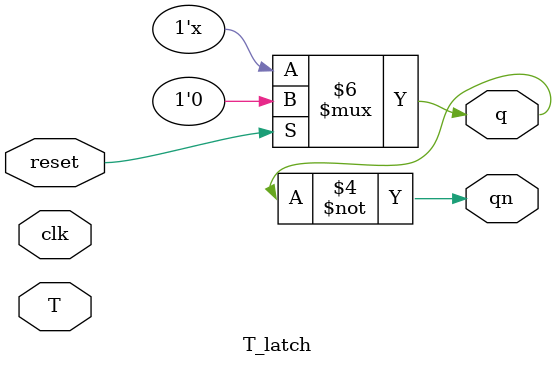
<source format=v>
module T_latch(input clk,reset, T,output reg q,output qn);
  always@(T)
    begin
      if(reset)
        q<=0;
      else 
        q<=T?~q:q;
    end
  assign qn=~q;
endmodule
        
</source>
